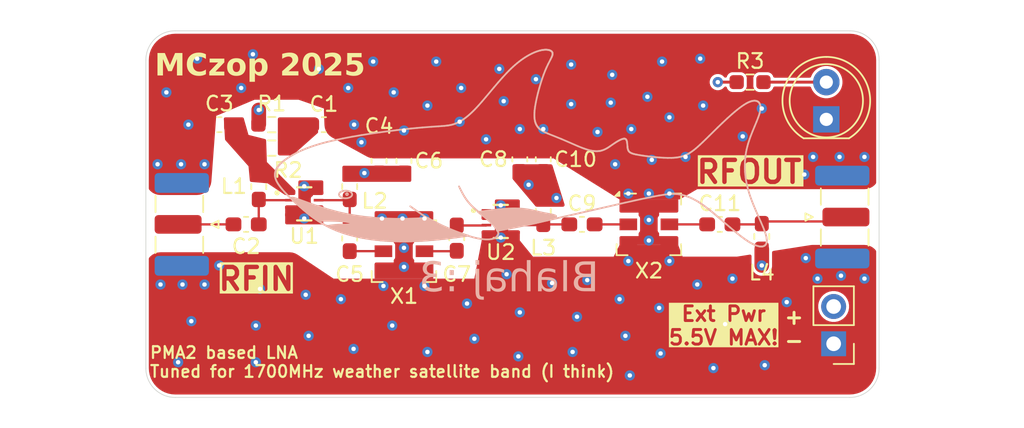
<source format=kicad_pcb>
(kicad_pcb (version 20241229) (generator "pcbnew") (generator_version "9.0")
  (layers (0 "F.Cu" signal) (4 "In1.Cu" signal) (6 "In2.Cu" signal) (8 "In3.Cu" signal) (10 "In4.Cu" signal) (2 "B.Cu" signal) (13 "F.Paste" user) (15 "B.Paste" user) (5 "F.SilkS" user "F.Silkscreen") (7 "B.SilkS" user "B.Silkscreen") (1 "F.Mask" user) (3 "B.Mask" user) (25 "Edge.Cuts" user))
  (net 0 "")
  (net 1 "Net-(U1-RF-IN)")
  (net 2 "Net-(J1-In)")
  (net 3 "Net-(U1-BIAS)")
  (net 4 "GND")
  (net 5 "Net-(X1-IN)")
  (net 6 "Net-(U1-RF-OUT{slash}DC-IN)")
  (net 7 "VCC")
  (net 8 "Net-(U2-RF-IN)")
  (net 9 "Net-(X1-OUT)")
  (net 10 "Net-(X2-IN)")
  (net 11 "Net-(U2-RF-OUT)")
  (net 13 "Net-(X2-OUT)")
  (net 14 "Net-(C1-Pad2)")
  (net 15 "Net-(J3-In)")
  (net 16 "Net-(D1-A)")
  (footprint "Resistor_SMD:R_0603_1608Metric_Pad0.98x0.95mm_HandSolder" (layer "F.Cu") (at 160.5875 98 180)
    (property "Reference" "R2" (at -1.1125 -1.5 0) (layer "F.SilkS"))
    (property "Value" "49.9")
    (pad "1" smd roundrect (at -0.9125 0 180) (size 0.975 0.95) (layers "F.Cu" "F.Mask" "F.Paste") (net 14 "Net-(C1-Pad2)"))
    (pad "2" smd roundrect (at 0.9125 0 180) (size 0.975 0.95) (layers "F.Cu" "F.Mask" "F.Paste") (net 3 "Net-(U1-BIAS)"))
  )
  (footprint "PMA2-43LN+:SON_MC1631-1_MNC" (layer "F.Cu") (at 162.8 101.8)
    (property "Reference" "U1" (at 0 2.2 0) (layer "F.SilkS"))
    (property "Value" "PMA2-43LN+")
    (pad "1" smd rect (at -0.9755 -0.750001) (size 0.655599 0.1786) (layers "F.Cu" "F.Mask" "F.Paste") (net 3 "Net-(U1-BIAS)"))
    (pad "2" smd rect (at -0.9755 -0.25) (size 0.655599 0.1786) (layers "F.Cu" "F.Mask" "F.Paste") (net 1 "Net-(U1-RF-IN)"))
    (pad "3" smd rect (at -0.9755 0.25) (size 0.655599 0.1786) (layers "F.Cu" "F.Mask" "F.Paste") (net 4 "GND"))
    (pad "4" smd rect (at -0.9755 0.750001) (size 0.655599 0.1786) (layers "F.Cu" "F.Mask" "F.Paste") (net 4 "GND"))
    (pad "5" smd rect (at 0.9755 0.750001) (size 0.655599 0.1786) (layers "F.Cu" "F.Mask" "F.Paste") (net 4 "GND"))
    (pad "6" smd rect (at 0.9755 0.25) (size 0.655599 0.1786) (layers "F.Cu" "F.Mask" "F.Paste") (net 4 "GND"))
    (pad "7" smd rect (at 0.9755 -0.25) (size 0.655599 0.1786) (layers "F.Cu" "F.Mask" "F.Paste") (net 6 "Net-(U1-RF-OUT{slash}DC-IN)"))
    (pad "8" smd rect (at 0.9755 -0.750001) (size 0.655599 0.1786) (layers "F.Cu" "F.Mask" "F.Paste") (net 4 "GND"))
    (pad "9" smd rect (at 0 0) (size 0.6096 1.1938) (layers "F.Cu" "F.Mask" "F.Paste") (net 4 "GND"))
  )
  (footprint "Inductor_SMD:L_0603_1608Metric_Pad1.05x0.95mm_HandSolder" (layer "F.Cu") (at 179.1 102.325 90)
    (property "Reference" "L3" (at -2.475 0 180) (layer "F.SilkS"))
    (property "Value" "470n")
    (pad "1" smd roundrect (at -0.875 0 90) (size 1.05 0.95) (layers "F.Cu" "F.Mask" "F.Paste") (net 11 "Net-(U2-RF-OUT)"))
    (pad "2" smd roundrect (at 0.875 0 90) (size 1.05 0.95) (layers "F.Cu" "F.Mask" "F.Paste") (net 7 "VCC"))
  )
  (footprint "Capacitor_SMD:C_0603_1608Metric_Pad1.08x0.95mm_HandSolder" (layer "F.Cu") (at 181.7375 103.2)
    (property "Reference" "C9" (at 0 -1.43 0) (layer "F.SilkS"))
    (property "Value" "180p")
    (pad "1" smd roundrect (at -0.8625 0) (size 1.075 0.95) (layers "F.Cu" "F.Mask" "F.Paste") (net 11 "Net-(U2-RF-OUT)"))
    (pad "2" smd roundrect (at 0.8625 0) (size 1.075 0.95) (layers "F.Cu" "F.Mask" "F.Paste") (net 10 "Net-(X2-IN)"))
  )
  (footprint "Inductor_SMD:L_0603_1608Metric_Pad1.05x0.95mm_HandSolder" (layer "F.Cu") (at 159.7 100.625 90)
    (property "Reference" "L1" (at 0.025 -1.7 180) (layer "F.SilkS"))
    (property "Value" "10n")
    (pad "1" smd roundrect (at -0.875 0 90) (size 1.05 0.95) (layers "F.Cu" "F.Mask" "F.Paste") (net 1 "Net-(U1-RF-IN)"))
    (pad "2" smd roundrect (at 0.875 0 90) (size 1.05 0.95) (layers "F.Cu" "F.Mask" "F.Paste") (net 3 "Net-(U1-BIAS)"))
  )
  (footprint "Capacitor_SMD:C_0603_1608Metric_Pad1.08x0.95mm_HandSolder" (layer "F.Cu") (at 165.9 104.1625 -90)
    (property "Reference" "C5" (at 2.4375 0 180) (layer "F.SilkS"))
    (property "Value" "1n")
    (pad "1" smd roundrect (at -0.8625 0 270) (size 1.075 0.95) (layers "F.Cu" "F.Mask" "F.Paste") (net 6 "Net-(U1-RF-OUT{slash}DC-IN)"))
    (pad "2" smd roundrect (at 0.8625 0 270) (size 1.075 0.95) (layers "F.Cu" "F.Mask" "F.Paste") (net 5 "Net-(X1-IN)"))
  )
  (footprint "Capacitor_SMD:C_0603_1608Metric_Pad1.08x0.95mm_HandSolder" (layer "F.Cu") (at 191.1375 103.2)
    (property "Reference" "C11" (at 0 -1.43 0) (layer "F.SilkS"))
    (property "Value" "180p")
    (pad "1" smd roundrect (at -0.8625 0) (size 1.075 0.95) (layers "F.Cu" "F.Mask" "F.Paste") (net 13 "Net-(X2-OUT)"))
    (pad "2" smd roundrect (at 0.8625 0) (size 1.075 0.95) (layers "F.Cu" "F.Mask" "F.Paste") (net 15 "Net-(J3-In)"))
  )
  (footprint "Capacitor_SMD:C_0603_1608Metric_Pad1.08x0.95mm_HandSolder" (layer "F.Cu") (at 173.2 104.1375 90)
    (property "Reference" "C7" (at -2.4625 0 180) (layer "F.SilkS"))
    (property "Value" "180p")
    (pad "1" smd roundrect (at -0.8625 0 90) (size 1.075 0.95) (layers "F.Cu" "F.Mask" "F.Paste") (net 9 "Net-(X1-OUT)"))
    (pad "2" smd roundrect (at 0.8625 0 90) (size 1.075 0.95) (layers "F.Cu" "F.Mask" "F.Paste") (net 8 "Net-(U2-RF-IN)"))
  )
  (footprint "Capacitor_SMD:C_0603_1608Metric_Pad1.08x0.95mm_HandSolder" (layer "F.Cu") (at 169.6 98.8625 -90)
    (property "Reference" "C6" (at 0 -1.7 180) (layer "F.SilkS"))
    (property "Value" "4.7u")
    (pad "1" smd roundrect (at -0.8625 0 270) (size 1.075 0.95) (layers "F.Cu" "F.Mask" "F.Paste") (net 4 "GND"))
    (pad "2" smd roundrect (at 0.8625 0 270) (size 1.075 0.95) (layers "F.Cu" "F.Mask" "F.Paste") (net 7 "VCC"))
  )
  (footprint "Capacitor_SMD:C_0603_1608Metric_Pad1.08x0.95mm_HandSolder" (layer "F.Cu") (at 177.5 98.7625 90)
    (property "Reference" "C8" (at 0 -1.8 180) (layer "F.SilkS"))
    (property "Value" "100n")
    (pad "1" smd roundrect (at -0.8625 0 90) (size 1.075 0.95) (layers "F.Cu" "F.Mask" "F.Paste") (net 7 "VCC"))
    (pad "2" smd roundrect (at 0.8625 0 90) (size 1.075 0.95) (layers "F.Cu" "F.Mask" "F.Paste") (net 4 "GND"))
  )
  (footprint "Capacitor_SMD:C_0603_1608Metric_Pad1.08x0.95mm_HandSolder" (layer "F.Cu") (at 157.0125 96.4)
    (property "Reference" "C3" (at 0 -1.43 0) (layer "F.SilkS"))
    (property "Value" "100p")
    (pad "1" smd roundrect (at -0.8625 0) (size 1.075 0.95) (layers "F.Cu" "F.Mask" "F.Paste") (net 4 "GND"))
    (pad "2" smd roundrect (at 0.8625 0) (size 1.075 0.95) (layers "F.Cu" "F.Mask" "F.Paste") (net 3 "Net-(U1-BIAS)"))
  )
  (footprint "Connector_Coaxial:SMA_Samtec_SMA-J-P-H-ST-EM1_EdgeMount" (layer "F.Cu") (at 154.2 103.2 180)
    (property "Reference" "J1" (hide yes))
    (property "Value" "SMA")
    (pad "1" smd roundrect (at 0 0 270) (size 1.27 3.2) (layers "F.Cu" "F.Mask") (roundrect_rratio 0.1968503937) (net 2 "Net-(J1-In)"))
    (pad "2" smd roundrect (at -0.25 -2.825 270) (size 1.35 3.7) (layers "F.Cu" "F.Mask") (roundrect_rratio 0.1851851852) (net 4 "GND"))
    (pad "2" smd roundrect (at -0.25 -2.825 270) (size 1.35 3.7) (layers "B.Cu" "B.Mask") (roundrect_rratio 0.1851851852) (net 4 "GND"))
    (pad "2" smd roundrect (at -0.25 2.825 270) (size 1.35 3.7) (layers "F.Cu" "F.Mask") (roundrect_rratio 0.1851851852) (net 4 "GND"))
    (pad "2" smd roundrect (at -0.25 2.825 270) (size 1.35 3.7) (layers "B.Cu" "B.Mask") (roundrect_rratio 0.1851851852) (net 4 "GND"))
  )
  (footprint "LED_THT:LED_D5.0mm_Clear" (layer "F.Cu") (at 198.4 96.04 90)
    (property "Reference" "D1" (hide yes))
    (property "Value" "LED")
    (pad "1" thru_hole rect (at 0 0 90) (size 1.8 1.8) (drill 0.9) (layers "*.Cu" "*.Mask") (net 4 "GND"))
    (pad "2" thru_hole circle (at 2.54 0 90) (size 1.8 1.8) (drill 0.9) (layers "*.Cu" "*.Mask") (net 16 "Net-(D1-A)"))
  )
  (footprint "Filter:Filter_SAW-6_3.8x3.8mm" (layer "F.Cu") (at 186.3 103.2)
    (property "Reference" "X2" (at 0.01 3.165 0) (layer "F.SilkS"))
    (property "Value" "SAW")
    (pad "1" smd rect (at -0.9 -1.27) (size 2.2 0.8) (layers "F.Cu" "F.Mask" "F.Paste") (net 4 "GND"))
    (pad "2" smd rect (at -1.4 0) (size 1.2 0.8) (layers "F.Cu" "F.Mask" "F.Paste") (net 10 "Net-(X2-IN)"))
    (pad "3" smd rect (at -1.4 1.27) (size 1.2 0.8) (layers "F.Cu" "F.Mask" "F.Paste") (net 4 "GND"))
    (pad "4" smd rect (at 1.4 1.27) (size 1.2 0.8) (layers "F.Cu" "F.Mask" "F.Paste") (net 4 "GND"))
    (pad "5" smd rect (at 1.4 0) (size 1.2 0.8) (layers "F.Cu" "F.Mask" "F.Paste") (net 13 "Net-(X2-OUT)"))
    (pad "6" smd rect (at 1.4 -1.27) (size 1.2 0.8) (layers "F.Cu" "F.Mask" "F.Paste") (net 4 "GND"))
  )
  (footprint "Connector_Coaxial:SMA_Samtec_SMA-J-P-H-ST-EM1_EdgeMount" (layer "F.Cu") (at 199.7375 102.7)
    (property "Reference" "J3" (hide yes))
    (property "Value" "SMA")
    (pad "1" smd roundrect (at 0 0 90) (size 1.27 3.2) (layers "F.Cu" "F.Mask") (roundrect_rratio 0.1968503937) (net 15 "Net-(J3-In)"))
    (pad "2" smd roundrect (at -0.25 -2.825 90) (size 1.35 3.7) (layers "F.Cu" "F.Mask") (roundrect_rratio 0.1851851852) (net 4 "GND"))
    (pad "2" smd roundrect (at -0.25 -2.825 90) (size 1.35 3.7) (layers "B.Cu" "B.Mask") (roundrect_rratio 0.1851851852) (net 4 "GND"))
    (pad "2" smd roundrect (at -0.25 2.825 90) (size 1.35 3.7) (layers "F.Cu" "F.Mask") (roundrect_rratio 0.1851851852) (net 4 "GND"))
    (pad "2" smd roundrect (at -0.25 2.825 90) (size 1.35 3.7) (layers "B.Cu" "B.Mask") (roundrect_rratio 0.1851851852) (net 4 "GND"))
  )
  (footprint "Capacitor_SMD:C_0603_1608Metric_Pad1.08x0.95mm_HandSolder" (layer "F.Cu") (at 164.1375 96.4 180)
    (property "Reference" "C1" (at 0 1.4 0) (layer "F.SilkS"))
    (property "Value" "4.7u")
    (pad "1" smd roundrect (at -0.8625 0 180) (size 1.075 0.95) (layers "F.Cu" "F.Mask" "F.Paste") (net 4 "GND"))
    (pad "2" smd roundrect (at 0.8625 0 180) (size 1.075 0.95) (layers "F.Cu" "F.Mask" "F.Paste") (net 14 "Net-(C1-Pad2)"))
  )
  (footprint "Filter:Filter_SAW-6_3.8x3.8mm" (layer "F.Cu") (at 169.6 105.03)
    (property "Reference" "X1" (at 0.01 3.065 0) (layer "F.SilkS"))
    (property "Value" "SAW")
    (pad "1" smd rect (at -0.9 -1.27) (size 2.2 0.8) (layers "F.Cu" "F.Mask" "F.Paste") (net 4 "GND"))
    (pad "2" smd rect (at -1.4 0) (size 1.2 0.8) (layers "F.Cu" "F.Mask" "F.Paste") (net 5 "Net-(X1-IN)"))
    (pad "3" smd rect (at -1.4 1.27) (size 1.2 0.8) (layers "F.Cu" "F.Mask" "F.Paste") (net 4 "GND"))
    (pad "4" smd rect (at 1.4 1.27) (size 1.2 0.8) (layers "F.Cu" "F.Mask" "F.Paste") (net 4 "GND"))
    (pad "5" smd rect (at 1.4 0) (size 1.2 0.8) (layers "F.Cu" "F.Mask" "F.Paste") (net 9 "Net-(X1-OUT)"))
    (pad "6" smd rect (at 1.4 -1.27) (size 1.2 0.8) (layers "F.Cu" "F.Mask" "F.Paste") (net 4 "GND"))
  )
  (footprint "Capacitor_SMD:C_0603_1608Metric_Pad1.08x0.95mm_HandSolder" (layer "F.Cu") (at 158.8375 103.2)
    (property "Reference" "C2" (at 0 1.5 0) (layer "F.SilkS"))
    (property "Value" "1n")
    (pad "1" smd roundrect (at -0.8625 0) (size 1.075 0.95) (layers "F.Cu" "F.Mask" "F.Paste") (net 2 "Net-(J1-In)"))
    (pad "2" smd roundrect (at 0.8625 0) (size 1.075 0.95) (layers "F.Cu" "F.Mask" "F.Paste") (net 1 "Net-(U1-RF-IN)"))
  )
  (footprint "Resistor_SMD:R_0603_1608Metric_Pad0.98x0.95mm_HandSolder" (layer "F.Cu") (at 193.2 93.5)
    (property "Reference" "R3" (at 0 -1.43 0) (layer "F.SilkS"))
    (property "Value" "220")
    (pad "1" smd roundrect (at -0.9125 0) (size 0.975 0.95) (layers "F.Cu" "F.Mask" "F.Paste") (net 7 "VCC"))
    (pad "2" smd roundrect (at 0.9125 0) (size 0.975 0.95) (layers "F.Cu" "F.Mask" "F.Paste") (net 16 "Net-(D1-A)"))
  )
  (footprint "Resistor_SMD:R_0603_1608Metric_Pad0.98x0.95mm_HandSolder" (layer "F.Cu") (at 160.5875 96.4)
    (property "Reference" "R1" (at 0 -1.43 0) (layer "F.SilkS"))
    (property "Value" "5.11k")
    (pad "1" smd roundrect (at -0.9125 0) (size 0.975 0.95) (layers "F.Cu" "F.Mask" "F.Paste") (net 7 "VCC"))
    (pad "2" smd roundrect (at 0.9125 0) (size 0.975 0.95) (layers "F.Cu" "F.Mask" "F.Paste") (net 14 "Net-(C1-Pad2)"))
  )
  (footprint "Capacitor_SMD:C_0603_1608Metric_Pad1.08x0.95mm_HandSolder" (layer "F.Cu") (at 179.1 98.7625 -90)
    (property "Reference" "C10" (at 0 -2.2 180) (layer "F.SilkS"))
    (property "Value" "4.7u")
    (pad "1" smd roundrect (at -0.8625 0 270) (size 1.075 0.95) (layers "F.Cu" "F.Mask" "F.Paste") (net 4 "GND"))
    (pad "2" smd roundrect (at 0.8625 0 270) (size 1.075 0.95) (layers "F.Cu" "F.Mask" "F.Paste") (net 7 "VCC"))
  )
  (footprint "Capacitor_SMD:C_0603_1608Metric_Pad1.08x0.95mm_HandSolder" (layer "F.Cu") (at 167.9 98.8625 90)
    (property "Reference" "C4" (at 2.3625 0 180) (layer "F.SilkS"))
    (property "Value" "100n")
    (pad "1" smd roundrect (at -0.8625 0 90) (size 1.075 0.95) (layers "F.Cu" "F.Mask" "F.Paste") (net 7 "VCC"))
    (pad "2" smd roundrect (at 0.8625 0 90) (size 1.075 0.95) (layers "F.Cu" "F.Mask" "F.Paste") (net 4 "GND"))
  )
  (footprint "Inductor_SMD:L_0603_1608Metric_Pad1.05x0.95mm_HandSolder" (layer "F.Cu") (at 194 104.025 -90)
    (property "Reference" "L4" (at 2.475 0 180) (layer "F.SilkS"))
    (property "Value" "470n")
    (pad "1" smd roundrect (at -0.875 0 270) (size 1.05 0.95) (layers "F.Cu" "F.Mask" "F.Paste") (net 15 "Net-(J3-In)"))
    (pad "2" smd roundrect (at 0.875 0 270) (size 1.05 0.95) (layers "F.Cu" "F.Mask" "F.Paste") (net 7 "VCC"))
  )
  (footprint "Inductor_SMD:L_0603_1608Metric_Pad1.05x0.95mm_HandSolder" (layer "F.Cu") (at 165.9 100.625 90)
    (property "Reference" "L2" (at -0.975 1.7 180) (layer "F.SilkS"))
    (property "Value" "8.2n")
    (pad "1" smd roundrect (at -0.875 0 90) (size 1.05 0.95) (layers "F.Cu" "F.Mask" "F.Paste") (net 6 "Net-(U1-RF-OUT{slash}DC-IN)"))
    (pad "2" smd roundrect (at 0.875 0 90) (size 1.05 0.95) (layers "F.Cu" "F.Mask" "F.Paste") (net 7 "VCC"))
  )
  (footprint "Connector_PinHeader_2.54mm:PinHeader_1x02_P2.54mm_Vertical" (layer "F.Cu") (at 198.9 111.34 180)
    (property "Reference" "J2" (hide yes))
    (property "Value" "EXT_PWR")
    (pad "1" thru_hole rect (at 0 0 180) (size 1.7 1.7) (drill 1) (layers "*.Cu" "*.Mask") (net 4 "GND"))
    (pad "2" thru_hole circle (at 0 2.54 180) (size 1.7 1.7) (drill 1) (layers "*.Cu" "*.Mask") (net 7 "VCC"))
  )
  (footprint "PMA2-63LN+:SON8_PMA2_MNC" (layer "F.Cu") (at 176.199263 103)
    (property "Reference" "U2" (at 0 2.1 0) (layer "F.SilkS"))
    (property "Value" "PMA2-63LN+")
    (pad "1" smd rect (at -0.9755 -0.750189) (size 0.655599 0.1786) (layers "F.Cu" "F.Mask" "F.Paste"))
    (pad "2" smd rect (at -0.9755 -0.250063) (size 0.655599 0.1786) (layers "F.Cu" "F.Mask" "F.Paste") (net 4 "GND"))
    (pad "3" smd rect (at -0.9755 0.250063) (size 0.655599 0.1786) (layers "F.Cu" "F.Mask" "F.Paste") (net 8 "Net-(U2-RF-IN)"))
    (pad "4" smd rect (at -0.9755 0.750189) (size 0.655599 0.1786) (layers "F.Cu" "F.Mask" "F.Paste") (net 4 "GND"))
    (pad "5" smd rect (at 0.9755 0.750189) (size 0.655599 0.1786) (layers "F.Cu" "F.Mask" "F.Paste") (net 4 "GND"))
    (pad "6" smd rect (at 0.9755 0.250063) (size 0.655599 0.1786) (layers "F.Cu" "F.Mask" "F.Paste") (net 11 "Net-(U2-RF-OUT)"))
    (pad "7" smd rect (at 0.9755 -0.250063) (size 0.655599 0.1786) (layers "F.Cu" "F.Mask" "F.Paste") (net 4 "GND"))
    (pad "8" smd rect (at 0.9755 -0.750189) (size 0.655599 0.1786) (layers "F.Cu" "F.Mask" "F.Paste") (net 4 "GND"))
    (pad "9" smd rect (at 0 0) (size 0.6096 1.1938) (layers "F.Cu" "F.Mask" "F.Paste") (net 4 "GND"))
  )
  (footprint "Symbol:Smolhaj_Scale_0.1" (layer "B.Cu") (at 152.048865 101.664256 180)
    (property "Reference" "REF**" (hide yes))
    (property "Value" "Smolhaj_Scale_0.1")
  )
  (gr_line (start 200 115) (end 154 115) (stroke (width 0.05)) (layer "Edge.Cuts"))
  (gr_line (start 152 113) (end 152 92) (stroke (width 0.05)) (layer "Edge.Cuts"))
  (gr_arc (start 202 113) (mid 201.414214 114.414214) (end 200 115) (stroke (width 0.05)) (layer "Edge.Cuts"))
  (gr_line (start 202 92) (end 202 113) (stroke (width 0.05)) (layer "Edge.Cuts"))
  (gr_arc (start 152 92) (mid 152.585786 90.585786) (end 154 90) (stroke (width 0.05)) (layer "Edge.Cuts"))
  (gr_arc (start 154 115) (mid 152.585786 114.414214) (end 152 113) (stroke (width 0.05)) (layer "Edge.Cuts"))
  (gr_line (start 154 90) (end 200 90) (stroke (width 0.05)) (layer "Edge.Cuts"))
  (gr_arc (start 200 90) (mid 201.414214 90.585786) (end 202 92) (stroke (width 0.05)) (layer "Edge.Cuts"))
  (gr_text "RFOUT\n" (at 189.4 100.5 0) (layer "F.SilkS" knockout) (effects (font (size 1.5 1.5) (thickness 0.3) (bold yes)) (justify left bottom)))
  (gr_text "+\n-" (at 196.2 111.7 0) (layer "F.SilkS") (effects (font (size 1 1) (thickness 0.2) (bold yes)) (justify bottom)))
  (gr_text "PMA2 based LNA\nTuned for 1700MHz weather satellite band (I think)" (at 152.2 113.7 0) (layer "F.SilkS") (effects (font (size 0.8 0.8) (thickness 0.15) (bold yes)) (justify left bottom)))
  (gr_text "Ext Pwr\n5.5V MAX!" (at 191.4 111.5 0) (layer "F.SilkS" knockout) (effects (font (size 1 1) (thickness 0.2) (bold yes)) (justify bottom)))
  (gr_text "RFIN" (at 156.8 107.8 0) (layer "F.SilkS" knockout) (effects (font (size 1.5 1.5) (thickness 0.3) (bold yes)) (justify left bottom)))
  (gr_text "MCzop 2025" (at 152.6 93.3 0) (layer "F.SilkS") (effects (font (size 1.5 1.5) (thickness 0.3) (bold yes)) (justify left bottom)))
  (gr_text "Blahaj :3" (at 182.9 108.1 0) (layer "B.SilkS") (effects (font (size 2 2) (thickness 0.1)) (justify left bottom mirror)))
  (segment (start 159.9 101.5) (end 159.95 101.55) (width 0.1565) (layer "F.Cu") (net 1))
  (segment (start 159.7 101.5) (end 159.9 101.5) (width 0.1565) (layer "F.Cu") (net 1))
  (segment (start 159.7 103.2) (end 159.7 101.5) (width 0.1565) (layer "F.Cu") (net 1))
  (segment (start 159.95 101.55) (end 161.8245 101.55) (width 0.1565) (layer "F.Cu") (net 1))
  (segment (start 154.2 103.2) (end 157.975 103.2) (width 0.1565) (layer "F.Cu") (net 2))
  (via (at 197 105.5) (size 0.7) (drill 0.3) (layers "F.Cu" "B.Cu") (net 4))
  (via (at 191.5 110) (size 0.7) (drill 0.3) (layers "F.Cu" "B.Cu") (net 4))
  (via (at 184 99.1) (size 0.7) (drill 0.3) (layers "F.Cu" "B.Cu") (net 4))
  (via (at 186.2 94.5) (size 0.7) (drill 0.3) (layers "F.Cu" "B.Cu") (net 4))
  (via (at 157 106) (size 0.7) (drill 0.3) (layers "F.Cu" "B.Cu") (net 4))
  (via (at 163.1 110.8) (size 0.7) (drill 0.3) (layers "F.Cu" "B.Cu") (net 4))
  (via (at 186.3 104.3) (size 0.7) (drill 0.3) (layers "F.Cu" "B.Cu") (net 4))
  (via (at 154.2 112.6) (size 0.7) (drill 0.3) (layers "F.Cu" "B.Cu") (net 4))
  (via (at 181.1 111.9) (size 0.7) (drill 0.3) (layers "F.Cu" "B.Cu") (net 4))
  (via (at 152.8 99.1) (size 0.7) (drill 0.3) (layers "F.Cu" "B.Cu") (net 4))
  (via (at 159.5 110.1) (size 0.7) (drill 0.3) (layers "F.Cu" "B.Cu") (net 4))
  (via (at 178.6 93.3) (size 0.7) (drill 0.3) (layers "F.Cu" "B.Cu") (net 4))
  (via (at 192.7 97.2) (size 0.7) (drill 0.3) (layers "F.Cu" "B.Cu") (net 4))
  (via (at 175.2 97.4) (size 0.7) (drill 0.3) (layers "F.Cu" "B.Cu") (net 4))
  (via (at 187.1 112) (size 0.7) (drill 0.3) (layers "F.Cu" "B.Cu") (net 4))
  (via (at 166.7 97.6) (size 0.7) (drill 0.3) (layers "F.Cu" "B.Cu") (net 4))
  (via (at 197.8 106.9) (size 0.7) (drill 0.3) (layers "F.Cu" "B.Cu") (net 4))
  (via (at 183.7 94.9) (size 0.7) (drill 0.3) (layers "F.Cu" "B.Cu") (net 4))
  (via (at 177.5 109.2) (size 0.7) (drill 0.3) (layers "F.Cu" "B.Cu") (net 4))
  (via (at 194.2 112.8) (size 0.7) (drill 0.3) (layers "F.Cu" "B.Cu") (net 4))
  (via (at 184.7 110.8) (size 0.7) (drill 0.3) (layers "F.Cu" "B.Cu") (net 4))
  (via (at 154.4 99.1) (size 0.7) (drill 0.3) (layers "F.Cu" "B.Cu") (net 4))
  (via (at 155.5 91.9) (size 0.7) (drill 0.3) (layers "F.Cu" "B.Cu") (net 4))
  (via (at 159.783897 107.599627) (size 0.7) (drill 0.3) (layers "F.Cu" "B.Cu") (net 4))
  (via (at 184.9 105.7) (size 0.7) (drill 0.3) (layers "F.Cu" "B.Cu") (net 4))
  (via (at 190 95.1) (size 0.7) (drill 0.3) (layers "F.Cu" "B.Cu") (net 4))
  (via (at 181 92.3) (size 0.7) (drill 0.3) (layers "F.Cu" "B.Cu") (net 4))
  (via (at 192 106.9) (size 0.7) (drill 0.3) (layers "F.Cu" "B.Cu") (net 4))
  (via (at 176.2 104.1) (size 0.7) (drill 0.3) (layers "F.Cu" "B.Cu") (net 4))
  (via (at 153.4 94.2) (size 0.7) (drill 0.3) (layers "F.Cu" "B.Cu") (net 4))
  (via (at 166.2 96.4) (size 0.7) (drill 0.3) (layers "F.Cu" "B.Cu") (net 4))
  (via (at 201 98.6) (size 0.7) (drill 0.3) (layers "F.Cu" "B.Cu") (net 4))
  (via (at 181 95) (size 0.7) (drill 0.3) (layers "F.Cu" "B.Cu") (net 4))
  (via (at 169.6 106.1) (size 0.7) (drill 0.3) (layers "F.Cu" "B.Cu") (net 4))
  (via (at 186.5 98.8) (size 0.7) (drill 0.3) (layers "F.Cu" "B.Cu") (net 4))
  (via (at 162.8 102.8) (size 0.7) (drill 0.3) (layers "F.Cu" "B.Cu") (net 4))
  (via (at 171.2 95.1) (size 0.7) (drill 0.3) (layers "F.Cu" "B.Cu") (net 4))
  (via (at 168.2 107.4) (size 0.7) (drill 0.3) (layers "F.Cu" "B.Cu") (net 4))
  (via (at 179.1 96.7) (size 0.7) (drill 0.3) (layers "F.Cu" "B.Cu") (net 4))
  (via (at 186.3 102.9) (size 0.7) (drill 0.3) (layers "F.Cu" "B.Cu") (net 4))
  (via (at 169.6 96.8) (size 0.7) (drill 0.3) (layers "F.Cu" "B.Cu") (net 4))
  (via (at 168.1 102.8) (size 0.7) (drill 0.3) (layers "F.Cu" "B.Cu") (net 4))
  (via (at 169.6 104.8) (size 0.7) (drill 0.3) (layers "F.Cu" "B.Cu") (net 4))
  (via (at 165.8 93.9) (size 0.7) (drill 0.3) (layers "F.Cu" "B.Cu") (net 4))
  (via (at 187 108.9) (size 0.7) (drill 0.3) (layers "F.Cu" "B.Cu") (net 4))
  (via (at 199.4 106.7) (size 0.7) (drill 0.3) (layers "F.Cu" "B.Cu") (net 4))
  (via (at 167.5 92.1) (size 0.7) (drill 0.3) (layers "F.Cu" "B.Cu") (net 4))
  (via (at 195.7 108.5) (size 0.7) (drill 0.3) (layers "F.Cu" "B.Cu") (net 4))
  (via (at 187.7 101.1) (size 0.7) (drill 0.3) (layers "F.Cu" "B.Cu") (net 4))
  (via (at 158.5 93.9) (size 0.7) (drill 0.3) (layers "F.Cu" "B.Cu") (net 4))
  (via (at 177.5 96.7) (size 0.7) (drill 0.3) (layers "F.Cu" "B.Cu") (net 4))
  (via (at 176.1 92.6) (size 0.7) (drill 0.3) (layers "F.Cu" "B.Cu") (net 4))
  (via (at 201 106.9) (size 0.7) (drill 0.3) (layers "F.Cu" "B.Cu") (net 4))
  (via (at 153 107.3) (size 0.7) (drill 0.3) (layers "F.Cu" "B.Cu") (net 4))
  (via (at 163.8 92.6) (size 0.7) (drill 0.3) (layers "F.Cu" "B.Cu") (net 4))
  (via (at 187.2 92.1) (size 0.7) (drill 0.3) (layers "F.Cu" "B.Cu") (net 4))
  (via (at 162.9 108) (size 0.7) (drill 0.3) (layers "F.Cu" "B.Cu") (net 4))
  (via (at 194 95.3) (size 0.7) (drill 0.3) (layers "F.Cu" "B.Cu") (net 4))
  (via (at 176.6 106.6) (size 0.7) (drill 0.3) (layers "F.Cu" "B.Cu") (net 4))
  (via (at 184.9 101.1) (size 0.7) (drill 0.3) (layers "F.Cu" "B.Cu") (net 4))
  (via (at 171.8 92.1) (size 0.7) (drill 0.3) (layers "F.Cu" "B.Cu") (net 4))
  (via (at 185.1 96.7) (size 0.7) (drill 0.3) (layers "F.Cu" "B.Cu") (net 4))
  (via (at 159.3 91.6) (size 0.7) (drill 0.3) (layers "F.Cu" "B.Cu") (net 4))
  (via (at 197.5 98.6) (size 0.7) (drill 0.3) (layers "F.Cu" "B.Cu") (net 4))
  (via (at 168.8 110.1) (size 0.7) (drill 0.3) (layers "F.Cu" "B.Cu") (net 4))
  (via (at 182.1 107) (size 0.7) (drill 0.3) (layers "F.Cu" "B.Cu") (net 4))
  (via (at 159.5 112.6) (size 0.7) (drill 0.3) (layers "F.Cu" "B.Cu") (net 4))
  (via (at 183.8 93) (size 0.7) (drill 0.3) (layers "F.Cu" "B.Cu") (net 4))
  (via (at 186.3 101.1) (size 0.7) (drill 0.3) (layers "F.Cu" "B.Cu") (net 4))
  (via (at 155.1 109.8) (size 0.7) (drill 0.3) (layers "F.Cu" "B.Cu") (net 4))
  (via (at 171 107.4) (size 0.7) (drill 0.3) (layers "F.Cu" "B.Cu") (net 4))
  (via (at 171 102.8) (size 0.7) (drill 0.3) (layers "F.Cu" "B.Cu") (net 4))
  (via (at 176.4 94.8) (size 0.7) (drill 0.3) (layers "F.Cu" "B.Cu") (net 4))
  (via (at 187.7 105.7) (size 0.7) (drill 0.3) (layers "F.Cu" "B.Cu") (net 4))
  (via (at 179.7 107.2) (size 0.7) (drill 0.3) (layers "F.Cu" "B.Cu") (net 4))
  (via (at 184.3 108.3) (size 0.7) (drill 0.3) (layers "F.Cu" "B.Cu") (net 4))
  (via (at 154.9 96.4) (size 0.7) (drill 0.3) (layers "F.Cu" "B.Cu") (net 4))
  (via (at 169.5 102.8) (size 0.7) (drill 0.3) (layers "F.Cu" "B.Cu") (net 4))
  (via (at 176.2 101.9) (size 0.7) (drill 0.3) (layers "F.Cu" "B.Cu") (net 4))
  (via (at 154.5 107.3) (size 0.7) (drill 0.3) (layers "F.Cu" "B.Cu") (net 4))
  (via (at 174.4 111) (size 0.7) (drill 0.3) (layers "F.Cu" "B.Cu") (net 4))
  (via (at 171.2 111.9) (size 0.7) (drill 0.3) (layers "F.Cu" "B.Cu") (net 4))
  (via (at 173.5 93.9) (size 0.7) (drill 0.3) (layers "F.Cu" "B.Cu") (net 4))
  (via (at 189.8 91.9) (size 0.7) (drill 0.3) (layers "F.Cu" "B.Cu") (net 4))
  (via (at 166.164647 111.690421) (size 0.7) (drill 0.3) (layers "F.Cu" "B.Cu") (net 4))
  (via (at 173.9 108.6) (size 0.7) (drill 0.3) (layers "F.Cu" "B.Cu") (net 4))
  (via (at 173.4 96.2) (size 0.7) (drill 0.3) (layers "F.Cu" "B.Cu") (net 4))
  (via (at 156 99.1) (size 0.7) (drill 0.3) (layers "F.Cu" "B.Cu") (net 4))
  (via (at 199.3 98.6) (size 0.7) (drill 0.3) (layers "F.Cu" "B.Cu") (net 4))
  (via (at 168.9 94.2) (size 0.7) (drill 0.3) (layers "F.Cu" "B.Cu") (net 4))
  (via (at 189.6 107.3) (size 0.7) (drill 0.3) (layers "F.Cu" "B.Cu") (net 4))
  (via (at 188.8 98.6) (size 0.7) (drill 0.3) (layers "F.Cu" "B.Cu") (net 4))
  (via (at 196.9 99.8) (size 0.7) (drill 0.3) (layers "F.Cu" "B.Cu") (net 4))
  (via (at 156 107.3) (size 0.7) (drill 0.3) (layers "F.Cu" "B.Cu") (net 4))
  (via (at 162.8 100.6) (size 0.7) (drill 0.3) (layers "F.Cu" "B.Cu") (net 4))
  (via (at 187.7 95.9) (size 0.7) (drill 0.3) (layers "F.Cu" "B.Cu") (net 4))
  (via (at 181.4 109.5) (size 0.7) (drill 0.3) (layers "F.Cu" "B.Cu") (net 4))
  (via (at 182.8 96.9) (size 0.7) (drill 0.3) (layers "F.Cu" "B.Cu") (net 4))
  (via (at 190.7 113) (size 0.7) (drill 0.3) (layers "F.Cu" "B.Cu") (net 4))
  (via (at 177.4 112.2) (size 0.7) (drill 0.3) (layers "F.Cu" "B.Cu") (net 4))
  (via (at 185 113.5) (size 0.7) (drill 0.3) (layers "F.Cu" "B.Cu") (net 4))
  (via (at 165.3 108.3) (size 0.7) (drill 0.3) (layers "F.Cu" "B.Cu") (net 4))
  (segment (start 165.9 105.025) (end 168.195 105.025) (width 0.1565) (layer "F.Cu") (net 5))
  (segment (start 168.195 105.025) (end 168.2 105.03) (width 0.1565) (layer "F.Cu") (net 5))
  (segment (start 165.85 101.55) (end 165.9 101.5) (width 0.1565) (layer "F.Cu") (net 6))
  (segment (start 165.9 101.5) (end 165.9 103.3) (width 0.1565) (layer "F.Cu") (net 6))
  (segment (start 163.7755 101.55) (end 165.85 101.55) (width 0.1565) (layer "F.Cu") (net 6))
  (segment (start 192.2875 93.5) (end 191 93.5) (width 0.2) (layer "F.Cu") (net 7))
  (segment (start 159.7 95.4) (end 159.7 96.375) (width 1) (layer "F.Cu") (net 7))
  (segment (start 194 106) (end 194 104.9) (width 1) (layer "F.Cu") (net 7))
  (segment (start 159.7 96.375) (end 159.675 96.4) (width 0.2) (layer "F.Cu") (net 7))
  (via (at 191 93.5) (size 0.7) (drill 0.3) (layers "F.Cu" "B.Cu") (net 7))
  (via (at 194 106) (size 0.7) (drill 0.3) (layers "F.Cu" "B.Cu") (net 7))
  (via (at 159.7 95.4) (size 0.7) (drill 0.3) (layers "F.Cu" "B.Cu") (net 7))
  (via (at 166.9 99.7) (size 0.7) (drill 0.3) (layers "F.Cu" "B.Cu") (net 7))
  (via (at 180 101.4) (size 0.7) (drill 0.3) (layers "F.Cu" "B.Cu") (net 7))
  (via (at 178.1 100.5) (size 0.7) (drill 0.3) (layers "F.Cu" "B.Cu") (net 7))
  (segment (start 173.2 103.275) (end 175.198826 103.275) (width 0.1565) (layer "F.Cu") (net 8))
  (segment (start 175.198826 103.275) (end 175.223763 103.250063) (width 0.1565) (layer "F.Cu") (net 8))
  (segment (start 171 105.03) (end 173.17 105.03) (width 0.1565) (layer "F.Cu") (net 9))
  (segment (start 173.17 105.03) (end 173.2 105) (width 0.1565) (layer "F.Cu") (net 9))
  (segment (start 182.6 103.2) (end 184.9 103.2) (width 0.1565) (layer "F.Cu") (net 10))
  (segment (start 179.1 103.2) (end 180.875 103.2) (width 0.1565) (layer "F.Cu") (net 11))
  (segment (start 179.049937 103.250063) (end 179.1 103.2) (width 0.1565) (layer "F.Cu") (net 11))
  (segment (start 177.174763 103.250063) (end 179.049937 103.250063) (width 0.1565) (layer "F.Cu") (net 11))
  (segment (start 187.7 103.2) (end 190.275 103.2) (width 0.1565) (layer "F.Cu") (net 13))
  (segment (start 199.7375 102.7) (end 199.4375 103) (width 0.1565) (layer "F.Cu") (net 15))
  (segment (start 192 103.2) (end 193.95 103.2) (width 0.1565) (layer "F.Cu") (net 15))
  (segment (start 194.15 103) (end 194 103.15) (width 0.1565) (layer "F.Cu") (net 15))
  (segment (start 193.95 103.2) (end 194 103.15) (width 0.1565) (layer "F.Cu") (net 15))
  (segment (start 199.4375 103) (end 194.15 103) (width 0.1565) (layer "F.Cu") (net 15))
  (segment (start 198.4 93.5) (end 194.1125 93.5) (width 0.2) (layer "F.Cu") (net 16))
  (zone (net 7) (net_name "VCC") (layer "F.Cu") (priority 4) (connect_pads yes (clearance 0.2)) (min_thickness 0.2) (fill yes (thermal_gap 0.5) (thermal_bridge_width 0.5))
    (polygon (pts (xy 165.4 99.2) (xy 170.1 99.2) (xy 170.1 100.3) (xy 165.4 100.3)))
  )
  (zone (net 7) (net_name "VCC") (layer "F.Cu") (priority 3) (connect_pads yes (clearance 0.2)) (min_thickness 0.25) (fill yes (thermal_gap 0.5) (thermal_bridge_width 0.5))
    (polygon (pts (xy 178.6 102) (xy 180.6 102) (xy 179.7 99.1) (xy 177 99.1) (xy 177 100.1)))
  )
  (zone (net 3) (net_name "Net-(U1-BIAS)") (layer "F.Cu") (priority 1) (connect_pads yes (clearance 0.2)) (min_thickness 0.2) (fill yes (thermal_gap 0.5) (thermal_bridge_width 0.5))
    (polygon (pts (xy 157.311515 95.9) (xy 158.657143 95.9) (xy 159 97.1) (xy 160.2 97.4) (xy 160.253395 98.948449) (xy 162.2 100.894888) (xy 162.2 101.2) (xy 161.5 101.2) (xy 160.3 100.4) (xy 159.1 100.3) (xy 159 99.236847) (xy 157.4 97.436847)))
  )
  (zone (net 4) (net_name "GND") (layer "F.Cu") (priority 9) (connect_pads yes (clearance 0.2)) (min_thickness 0.2) (fill yes (thermal_gap 0.5) (thermal_bridge_width 0.5) (smoothing fillet) (radius 1))
    (polygon (pts (xy 151.7 89.6) (xy 202.1 89.7) (xy 202.2 100.8) (xy 189.6 100.8) (xy 188.4 101.5) (xy 184.3 101.5) (xy 179.8 98.7) (xy 167.3 98.7) (xy 164.2 97) (xy 164.1375 95.3) (xy 162.412501 94.7) (xy 159.410001 94.7) (xy 156.8 95.8) (xy 156.4 101.2) (xy 151.6 101.2)))
  )
  (zone (net 14) (net_name "Net-(C1-Pad2)") (layer "F.Cu") (priority 2) (connect_pads yes (clearance 0.5)) (min_thickness 0.25) (fill yes (thermal_gap 0.5) (thermal_bridge_width 0.5))
    (polygon (pts (xy 161 95.9) (xy 163.8 95.9) (xy 163.8 96.9) (xy 163.8 96.9) (xy 162 98.5) (xy 161 98.5)))
  )
  (zone (net 4) (net_name "GND") (layer "F.Cu") (priority 8) (connect_pads yes (clearance 0.2)) (min_thickness 0.2) (fill yes (thermal_gap 0.5) (thermal_bridge_width 0.5))
    (polygon (pts (xy 184.3 100.7) (xy 188.3 100.7) (xy 188.3 102.4) (xy 187 102.4) (xy 187 104) (xy 188.3 104) (xy 188.3 104.9) (xy 184.3 104.9) (xy 184.3 104) (xy 185.6 104) (xy 185.6 102.4) (xy 184.3 102.4)))
  )
  (zone (net 4) (net_name "GND") (layer "F.Cu") (priority 5) (connect_pads yes (clearance 0.2)) (min_thickness 0.2) (fill yes (thermal_gap 0.5) (thermal_bridge_width 0.5))
    (polygon (pts (xy 161.5 101.9) (xy 162.4 101.9) (xy 162.4 100.2) (xy 164.1 100.2) (xy 164.1 100.9) (xy 164.1 101.2) (xy 163.4 101.2) (xy 163.4 101.9) (xy 164.1 101.9) (xy 164.1 103.2) (xy 161.5 103.2)))
  )
  (zone (net 4) (net_name "GND") (layer "F.Cu") (priority 10) (connect_pads yes (clearance 0.2)) (min_thickness 0.2) (fill yes (thermal_gap 0.5) (thermal_bridge_width 0.5) (smoothing fillet) (radius 1))
    (polygon (pts (xy 202.2 104.6) (xy 202.2 115.4) (xy 151.7 115.2) (xy 151.8 105.2) (xy 151.8 105.1) (xy 162.1 105.1) (xy 164.8 106.9) (xy 174.4 106.9) (xy 174.9 104.3) (xy 177.5 104.3) (xy 178.4 105.4) (xy 183.9 105.4) (xy 184.3 104.6) (xy 188.3 104.6) (xy 188.6 105.4) (xy 192.3 105.4) (xy 197.4 104.6)))
  )
  (zone (net 4) (net_name "GND") (layer "F.Cu") (priority 6) (connect_pads yes (clearance 0.2)) (min_thickness 0.2) (fill yes (thermal_gap 0.5) (thermal_bridge_width 0.5))
    (polygon (pts (xy 177.5 102.9) (xy 177.5 101.5) (xy 175.8 101.5) (xy 175.8 102.5) (xy 174.9 102.5) (xy 174.9 102.9) (xy 175.8 102.9) (xy 175.8 103.6) (xy 174.9 103.6) (xy 174.9 104.5) (xy 177.5 104.5) (xy 177.5 103.6) (xy 176.7 103.6) (xy 176.7 102.9)))
  )
  (zone (net 4) (net_name "GND") (layer "F.Cu") (priority 7) (connect_pads yes (clearance 0.2)) (min_thickness 0.2) (fill yes (thermal_gap 0.5) (thermal_bridge_width 0.5))
    (polygon (pts (xy 167.6 102.3) (xy 171.6 102.3) (xy 171.6 104.3) (xy 170.3 104.3) (xy 170.3 105.8) (xy 171.6 105.8) (xy 171.6 107.2) (xy 167.6 107.2) (xy 167.6 105.8) (xy 168.9 105.8) (xy 168.9 104.3) (xy 167.6 104.3)))
  )
)
</source>
